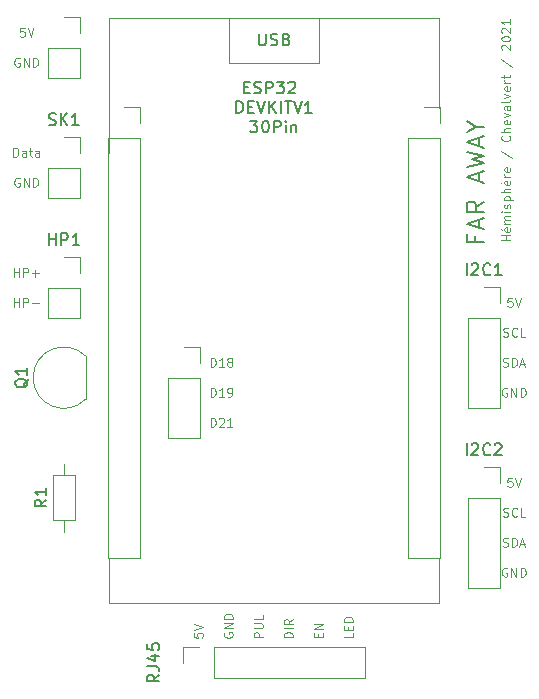
<source format=gbr>
G04 #@! TF.GenerationSoftware,KiCad,Pcbnew,(5.1.2-1)-1*
G04 #@! TF.CreationDate,2021-04-09T14:29:59+02:00*
G04 #@! TF.ProjectId,Faraway_PCB,46617261-7761-4795-9f50-43422e6b6963,rev?*
G04 #@! TF.SameCoordinates,Original*
G04 #@! TF.FileFunction,Legend,Top*
G04 #@! TF.FilePolarity,Positive*
%FSLAX46Y46*%
G04 Gerber Fmt 4.6, Leading zero omitted, Abs format (unit mm)*
G04 Created by KiCad (PCBNEW (5.1.2-1)-1) date 2021-04-09 14:29:59*
%MOMM*%
%LPD*%
G04 APERTURE LIST*
%ADD10C,0.100000*%
%ADD11C,0.150000*%
%ADD12C,0.120000*%
G04 APERTURE END LIST*
D10*
X142097142Y-85949285D02*
X141740000Y-85949285D01*
X141704285Y-86306428D01*
X141740000Y-86270714D01*
X141811428Y-86235000D01*
X141990000Y-86235000D01*
X142061428Y-86270714D01*
X142097142Y-86306428D01*
X142132857Y-86377857D01*
X142132857Y-86556428D01*
X142097142Y-86627857D01*
X142061428Y-86663571D01*
X141990000Y-86699285D01*
X141811428Y-86699285D01*
X141740000Y-86663571D01*
X141704285Y-86627857D01*
X142347142Y-85949285D02*
X142597142Y-86699285D01*
X142847142Y-85949285D01*
X141347142Y-89203571D02*
X141454285Y-89239285D01*
X141632857Y-89239285D01*
X141704285Y-89203571D01*
X141740000Y-89167857D01*
X141775714Y-89096428D01*
X141775714Y-89025000D01*
X141740000Y-88953571D01*
X141704285Y-88917857D01*
X141632857Y-88882142D01*
X141490000Y-88846428D01*
X141418571Y-88810714D01*
X141382857Y-88775000D01*
X141347142Y-88703571D01*
X141347142Y-88632142D01*
X141382857Y-88560714D01*
X141418571Y-88525000D01*
X141490000Y-88489285D01*
X141668571Y-88489285D01*
X141775714Y-88525000D01*
X142525714Y-89167857D02*
X142490000Y-89203571D01*
X142382857Y-89239285D01*
X142311428Y-89239285D01*
X142204285Y-89203571D01*
X142132857Y-89132142D01*
X142097142Y-89060714D01*
X142061428Y-88917857D01*
X142061428Y-88810714D01*
X142097142Y-88667857D01*
X142132857Y-88596428D01*
X142204285Y-88525000D01*
X142311428Y-88489285D01*
X142382857Y-88489285D01*
X142490000Y-88525000D01*
X142525714Y-88560714D01*
X143204285Y-89239285D02*
X142847142Y-89239285D01*
X142847142Y-88489285D01*
X141329285Y-91743571D02*
X141436428Y-91779285D01*
X141615000Y-91779285D01*
X141686428Y-91743571D01*
X141722142Y-91707857D01*
X141757857Y-91636428D01*
X141757857Y-91565000D01*
X141722142Y-91493571D01*
X141686428Y-91457857D01*
X141615000Y-91422142D01*
X141472142Y-91386428D01*
X141400714Y-91350714D01*
X141365000Y-91315000D01*
X141329285Y-91243571D01*
X141329285Y-91172142D01*
X141365000Y-91100714D01*
X141400714Y-91065000D01*
X141472142Y-91029285D01*
X141650714Y-91029285D01*
X141757857Y-91065000D01*
X142079285Y-91779285D02*
X142079285Y-91029285D01*
X142257857Y-91029285D01*
X142365000Y-91065000D01*
X142436428Y-91136428D01*
X142472142Y-91207857D01*
X142507857Y-91350714D01*
X142507857Y-91457857D01*
X142472142Y-91600714D01*
X142436428Y-91672142D01*
X142365000Y-91743571D01*
X142257857Y-91779285D01*
X142079285Y-91779285D01*
X142793571Y-91565000D02*
X143150714Y-91565000D01*
X142722142Y-91779285D02*
X142972142Y-91029285D01*
X143222142Y-91779285D01*
X141668571Y-93605000D02*
X141597142Y-93569285D01*
X141490000Y-93569285D01*
X141382857Y-93605000D01*
X141311428Y-93676428D01*
X141275714Y-93747857D01*
X141240000Y-93890714D01*
X141240000Y-93997857D01*
X141275714Y-94140714D01*
X141311428Y-94212142D01*
X141382857Y-94283571D01*
X141490000Y-94319285D01*
X141561428Y-94319285D01*
X141668571Y-94283571D01*
X141704285Y-94247857D01*
X141704285Y-93997857D01*
X141561428Y-93997857D01*
X142025714Y-94319285D02*
X142025714Y-93569285D01*
X142454285Y-94319285D01*
X142454285Y-93569285D01*
X142811428Y-94319285D02*
X142811428Y-93569285D01*
X142990000Y-93569285D01*
X143097142Y-93605000D01*
X143168571Y-93676428D01*
X143204285Y-93747857D01*
X143240000Y-93890714D01*
X143240000Y-93997857D01*
X143204285Y-94140714D01*
X143168571Y-94212142D01*
X143097142Y-94283571D01*
X142990000Y-94319285D01*
X142811428Y-94319285D01*
X141668571Y-78365000D02*
X141597142Y-78329285D01*
X141490000Y-78329285D01*
X141382857Y-78365000D01*
X141311428Y-78436428D01*
X141275714Y-78507857D01*
X141240000Y-78650714D01*
X141240000Y-78757857D01*
X141275714Y-78900714D01*
X141311428Y-78972142D01*
X141382857Y-79043571D01*
X141490000Y-79079285D01*
X141561428Y-79079285D01*
X141668571Y-79043571D01*
X141704285Y-79007857D01*
X141704285Y-78757857D01*
X141561428Y-78757857D01*
X142025714Y-79079285D02*
X142025714Y-78329285D01*
X142454285Y-79079285D01*
X142454285Y-78329285D01*
X142811428Y-79079285D02*
X142811428Y-78329285D01*
X142990000Y-78329285D01*
X143097142Y-78365000D01*
X143168571Y-78436428D01*
X143204285Y-78507857D01*
X143240000Y-78650714D01*
X143240000Y-78757857D01*
X143204285Y-78900714D01*
X143168571Y-78972142D01*
X143097142Y-79043571D01*
X142990000Y-79079285D01*
X142811428Y-79079285D01*
X141329285Y-76503571D02*
X141436428Y-76539285D01*
X141615000Y-76539285D01*
X141686428Y-76503571D01*
X141722142Y-76467857D01*
X141757857Y-76396428D01*
X141757857Y-76325000D01*
X141722142Y-76253571D01*
X141686428Y-76217857D01*
X141615000Y-76182142D01*
X141472142Y-76146428D01*
X141400714Y-76110714D01*
X141365000Y-76075000D01*
X141329285Y-76003571D01*
X141329285Y-75932142D01*
X141365000Y-75860714D01*
X141400714Y-75825000D01*
X141472142Y-75789285D01*
X141650714Y-75789285D01*
X141757857Y-75825000D01*
X142079285Y-76539285D02*
X142079285Y-75789285D01*
X142257857Y-75789285D01*
X142365000Y-75825000D01*
X142436428Y-75896428D01*
X142472142Y-75967857D01*
X142507857Y-76110714D01*
X142507857Y-76217857D01*
X142472142Y-76360714D01*
X142436428Y-76432142D01*
X142365000Y-76503571D01*
X142257857Y-76539285D01*
X142079285Y-76539285D01*
X142793571Y-76325000D02*
X143150714Y-76325000D01*
X142722142Y-76539285D02*
X142972142Y-75789285D01*
X143222142Y-76539285D01*
X141347142Y-73963571D02*
X141454285Y-73999285D01*
X141632857Y-73999285D01*
X141704285Y-73963571D01*
X141740000Y-73927857D01*
X141775714Y-73856428D01*
X141775714Y-73785000D01*
X141740000Y-73713571D01*
X141704285Y-73677857D01*
X141632857Y-73642142D01*
X141490000Y-73606428D01*
X141418571Y-73570714D01*
X141382857Y-73535000D01*
X141347142Y-73463571D01*
X141347142Y-73392142D01*
X141382857Y-73320714D01*
X141418571Y-73285000D01*
X141490000Y-73249285D01*
X141668571Y-73249285D01*
X141775714Y-73285000D01*
X142525714Y-73927857D02*
X142490000Y-73963571D01*
X142382857Y-73999285D01*
X142311428Y-73999285D01*
X142204285Y-73963571D01*
X142132857Y-73892142D01*
X142097142Y-73820714D01*
X142061428Y-73677857D01*
X142061428Y-73570714D01*
X142097142Y-73427857D01*
X142132857Y-73356428D01*
X142204285Y-73285000D01*
X142311428Y-73249285D01*
X142382857Y-73249285D01*
X142490000Y-73285000D01*
X142525714Y-73320714D01*
X143204285Y-73999285D02*
X142847142Y-73999285D01*
X142847142Y-73249285D01*
X142097142Y-70709285D02*
X141740000Y-70709285D01*
X141704285Y-71066428D01*
X141740000Y-71030714D01*
X141811428Y-70995000D01*
X141990000Y-70995000D01*
X142061428Y-71030714D01*
X142097142Y-71066428D01*
X142132857Y-71137857D01*
X142132857Y-71316428D01*
X142097142Y-71387857D01*
X142061428Y-71423571D01*
X141990000Y-71459285D01*
X141811428Y-71459285D01*
X141740000Y-71423571D01*
X141704285Y-71387857D01*
X142347142Y-70709285D02*
X142597142Y-71459285D01*
X142847142Y-70709285D01*
X141944285Y-65854285D02*
X141194285Y-65854285D01*
X141551428Y-65854285D02*
X141551428Y-65425714D01*
X141944285Y-65425714D02*
X141194285Y-65425714D01*
X141908571Y-64782857D02*
X141944285Y-64854285D01*
X141944285Y-64997142D01*
X141908571Y-65068571D01*
X141837142Y-65104285D01*
X141551428Y-65104285D01*
X141480000Y-65068571D01*
X141444285Y-64997142D01*
X141444285Y-64854285D01*
X141480000Y-64782857D01*
X141551428Y-64747142D01*
X141622857Y-64747142D01*
X141694285Y-65104285D01*
X141158571Y-64854285D02*
X141265714Y-64961428D01*
X141944285Y-64425714D02*
X141444285Y-64425714D01*
X141515714Y-64425714D02*
X141480000Y-64390000D01*
X141444285Y-64318571D01*
X141444285Y-64211428D01*
X141480000Y-64140000D01*
X141551428Y-64104285D01*
X141944285Y-64104285D01*
X141551428Y-64104285D02*
X141480000Y-64068571D01*
X141444285Y-63997142D01*
X141444285Y-63890000D01*
X141480000Y-63818571D01*
X141551428Y-63782857D01*
X141944285Y-63782857D01*
X141944285Y-63425714D02*
X141444285Y-63425714D01*
X141194285Y-63425714D02*
X141230000Y-63461428D01*
X141265714Y-63425714D01*
X141230000Y-63390000D01*
X141194285Y-63425714D01*
X141265714Y-63425714D01*
X141908571Y-63104285D02*
X141944285Y-63032857D01*
X141944285Y-62890000D01*
X141908571Y-62818571D01*
X141837142Y-62782857D01*
X141801428Y-62782857D01*
X141730000Y-62818571D01*
X141694285Y-62890000D01*
X141694285Y-62997142D01*
X141658571Y-63068571D01*
X141587142Y-63104285D01*
X141551428Y-63104285D01*
X141480000Y-63068571D01*
X141444285Y-62997142D01*
X141444285Y-62890000D01*
X141480000Y-62818571D01*
X141444285Y-62461428D02*
X142194285Y-62461428D01*
X141480000Y-62461428D02*
X141444285Y-62390000D01*
X141444285Y-62247142D01*
X141480000Y-62175714D01*
X141515714Y-62140000D01*
X141587142Y-62104285D01*
X141801428Y-62104285D01*
X141872857Y-62140000D01*
X141908571Y-62175714D01*
X141944285Y-62247142D01*
X141944285Y-62390000D01*
X141908571Y-62461428D01*
X141944285Y-61782857D02*
X141194285Y-61782857D01*
X141944285Y-61461428D02*
X141551428Y-61461428D01*
X141480000Y-61497142D01*
X141444285Y-61568571D01*
X141444285Y-61675714D01*
X141480000Y-61747142D01*
X141515714Y-61782857D01*
X141908571Y-60818571D02*
X141944285Y-60890000D01*
X141944285Y-61032857D01*
X141908571Y-61104285D01*
X141837142Y-61140000D01*
X141551428Y-61140000D01*
X141480000Y-61104285D01*
X141444285Y-61032857D01*
X141444285Y-60890000D01*
X141480000Y-60818571D01*
X141551428Y-60782857D01*
X141622857Y-60782857D01*
X141694285Y-61140000D01*
X141158571Y-61032857D02*
X141265714Y-60925714D01*
X141944285Y-60461428D02*
X141444285Y-60461428D01*
X141587142Y-60461428D02*
X141515714Y-60425714D01*
X141480000Y-60390000D01*
X141444285Y-60318571D01*
X141444285Y-60247142D01*
X141908571Y-59711428D02*
X141944285Y-59782857D01*
X141944285Y-59925714D01*
X141908571Y-59997142D01*
X141837142Y-60032857D01*
X141551428Y-60032857D01*
X141480000Y-59997142D01*
X141444285Y-59925714D01*
X141444285Y-59782857D01*
X141480000Y-59711428D01*
X141551428Y-59675714D01*
X141622857Y-59675714D01*
X141694285Y-60032857D01*
X141158571Y-58247142D02*
X142122857Y-58890000D01*
X141872857Y-56997142D02*
X141908571Y-57032857D01*
X141944285Y-57140000D01*
X141944285Y-57211428D01*
X141908571Y-57318571D01*
X141837142Y-57390000D01*
X141765714Y-57425714D01*
X141622857Y-57461428D01*
X141515714Y-57461428D01*
X141372857Y-57425714D01*
X141301428Y-57390000D01*
X141230000Y-57318571D01*
X141194285Y-57211428D01*
X141194285Y-57140000D01*
X141230000Y-57032857D01*
X141265714Y-56997142D01*
X141944285Y-56675714D02*
X141194285Y-56675714D01*
X141944285Y-56354285D02*
X141551428Y-56354285D01*
X141480000Y-56390000D01*
X141444285Y-56461428D01*
X141444285Y-56568571D01*
X141480000Y-56640000D01*
X141515714Y-56675714D01*
X141908571Y-55711428D02*
X141944285Y-55782857D01*
X141944285Y-55925714D01*
X141908571Y-55997142D01*
X141837142Y-56032857D01*
X141551428Y-56032857D01*
X141480000Y-55997142D01*
X141444285Y-55925714D01*
X141444285Y-55782857D01*
X141480000Y-55711428D01*
X141551428Y-55675714D01*
X141622857Y-55675714D01*
X141694285Y-56032857D01*
X141444285Y-55425714D02*
X141944285Y-55247142D01*
X141444285Y-55068571D01*
X141944285Y-54461428D02*
X141551428Y-54461428D01*
X141480000Y-54497142D01*
X141444285Y-54568571D01*
X141444285Y-54711428D01*
X141480000Y-54782857D01*
X141908571Y-54461428D02*
X141944285Y-54532857D01*
X141944285Y-54711428D01*
X141908571Y-54782857D01*
X141837142Y-54818571D01*
X141765714Y-54818571D01*
X141694285Y-54782857D01*
X141658571Y-54711428D01*
X141658571Y-54532857D01*
X141622857Y-54461428D01*
X141944285Y-53997142D02*
X141908571Y-54068571D01*
X141837142Y-54104285D01*
X141194285Y-54104285D01*
X141444285Y-53782857D02*
X141944285Y-53604285D01*
X141444285Y-53425714D01*
X141908571Y-52854285D02*
X141944285Y-52925714D01*
X141944285Y-53068571D01*
X141908571Y-53140000D01*
X141837142Y-53175714D01*
X141551428Y-53175714D01*
X141480000Y-53140000D01*
X141444285Y-53068571D01*
X141444285Y-52925714D01*
X141480000Y-52854285D01*
X141551428Y-52818571D01*
X141622857Y-52818571D01*
X141694285Y-53175714D01*
X141944285Y-52497142D02*
X141444285Y-52497142D01*
X141587142Y-52497142D02*
X141515714Y-52461428D01*
X141480000Y-52425714D01*
X141444285Y-52354285D01*
X141444285Y-52282857D01*
X141444285Y-52140000D02*
X141444285Y-51854285D01*
X141194285Y-52032857D02*
X141837142Y-52032857D01*
X141908571Y-51997142D01*
X141944285Y-51925714D01*
X141944285Y-51854285D01*
X141158571Y-50497142D02*
X142122857Y-51140000D01*
X141265714Y-49711428D02*
X141230000Y-49675714D01*
X141194285Y-49604285D01*
X141194285Y-49425714D01*
X141230000Y-49354285D01*
X141265714Y-49318571D01*
X141337142Y-49282857D01*
X141408571Y-49282857D01*
X141515714Y-49318571D01*
X141944285Y-49747142D01*
X141944285Y-49282857D01*
X141194285Y-48818571D02*
X141194285Y-48747142D01*
X141230000Y-48675714D01*
X141265714Y-48640000D01*
X141337142Y-48604285D01*
X141480000Y-48568571D01*
X141658571Y-48568571D01*
X141801428Y-48604285D01*
X141872857Y-48640000D01*
X141908571Y-48675714D01*
X141944285Y-48747142D01*
X141944285Y-48818571D01*
X141908571Y-48890000D01*
X141872857Y-48925714D01*
X141801428Y-48961428D01*
X141658571Y-48997142D01*
X141480000Y-48997142D01*
X141337142Y-48961428D01*
X141265714Y-48925714D01*
X141230000Y-48890000D01*
X141194285Y-48818571D01*
X141265714Y-48282857D02*
X141230000Y-48247142D01*
X141194285Y-48175714D01*
X141194285Y-47997142D01*
X141230000Y-47925714D01*
X141265714Y-47890000D01*
X141337142Y-47854285D01*
X141408571Y-47854285D01*
X141515714Y-47890000D01*
X141944285Y-48318571D01*
X141944285Y-47854285D01*
X141944285Y-47140000D02*
X141944285Y-47568571D01*
X141944285Y-47354285D02*
X141194285Y-47354285D01*
X141301428Y-47425714D01*
X141372857Y-47497142D01*
X141408571Y-47568571D01*
D11*
X138957857Y-65495714D02*
X138957857Y-65995714D01*
X139743571Y-65995714D02*
X138243571Y-65995714D01*
X138243571Y-65281428D01*
X139315000Y-64781428D02*
X139315000Y-64067142D01*
X139743571Y-64924285D02*
X138243571Y-64424285D01*
X139743571Y-63924285D01*
X139743571Y-62567142D02*
X139029285Y-63067142D01*
X139743571Y-63424285D02*
X138243571Y-63424285D01*
X138243571Y-62852857D01*
X138315000Y-62710000D01*
X138386428Y-62638571D01*
X138529285Y-62567142D01*
X138743571Y-62567142D01*
X138886428Y-62638571D01*
X138957857Y-62710000D01*
X139029285Y-62852857D01*
X139029285Y-63424285D01*
X139315000Y-60852857D02*
X139315000Y-60138571D01*
X139743571Y-60995714D02*
X138243571Y-60495714D01*
X139743571Y-59995714D01*
X138243571Y-59638571D02*
X139743571Y-59281428D01*
X138672142Y-58995714D01*
X139743571Y-58710000D01*
X138243571Y-58352857D01*
X139315000Y-57852857D02*
X139315000Y-57138571D01*
X139743571Y-57995714D02*
X138243571Y-57495714D01*
X139743571Y-56995714D01*
X139029285Y-56210000D02*
X139743571Y-56210000D01*
X138243571Y-56710000D02*
X139029285Y-56210000D01*
X138243571Y-55710000D01*
D12*
X118110000Y-50800000D02*
X118110000Y-49530000D01*
X125730000Y-50800000D02*
X118110000Y-50800000D01*
X125730000Y-49530000D02*
X125730000Y-50800000D01*
D10*
X100393571Y-50425000D02*
X100322142Y-50389285D01*
X100215000Y-50389285D01*
X100107857Y-50425000D01*
X100036428Y-50496428D01*
X100000714Y-50567857D01*
X99965000Y-50710714D01*
X99965000Y-50817857D01*
X100000714Y-50960714D01*
X100036428Y-51032142D01*
X100107857Y-51103571D01*
X100215000Y-51139285D01*
X100286428Y-51139285D01*
X100393571Y-51103571D01*
X100429285Y-51067857D01*
X100429285Y-50817857D01*
X100286428Y-50817857D01*
X100750714Y-51139285D02*
X100750714Y-50389285D01*
X101179285Y-51139285D01*
X101179285Y-50389285D01*
X101536428Y-51139285D02*
X101536428Y-50389285D01*
X101715000Y-50389285D01*
X101822142Y-50425000D01*
X101893571Y-50496428D01*
X101929285Y-50567857D01*
X101965000Y-50710714D01*
X101965000Y-50817857D01*
X101929285Y-50960714D01*
X101893571Y-51032142D01*
X101822142Y-51103571D01*
X101715000Y-51139285D01*
X101536428Y-51139285D01*
X100822142Y-47849285D02*
X100465000Y-47849285D01*
X100429285Y-48206428D01*
X100465000Y-48170714D01*
X100536428Y-48135000D01*
X100715000Y-48135000D01*
X100786428Y-48170714D01*
X100822142Y-48206428D01*
X100857857Y-48277857D01*
X100857857Y-48456428D01*
X100822142Y-48527857D01*
X100786428Y-48563571D01*
X100715000Y-48599285D01*
X100536428Y-48599285D01*
X100465000Y-48563571D01*
X100429285Y-48527857D01*
X101072142Y-47849285D02*
X101322142Y-48599285D01*
X101572142Y-47849285D01*
X99911428Y-71459285D02*
X99911428Y-70709285D01*
X99911428Y-71066428D02*
X100340000Y-71066428D01*
X100340000Y-71459285D02*
X100340000Y-70709285D01*
X100697142Y-71459285D02*
X100697142Y-70709285D01*
X100982857Y-70709285D01*
X101054285Y-70745000D01*
X101090000Y-70780714D01*
X101125714Y-70852142D01*
X101125714Y-70959285D01*
X101090000Y-71030714D01*
X101054285Y-71066428D01*
X100982857Y-71102142D01*
X100697142Y-71102142D01*
X101447142Y-71173571D02*
X102018571Y-71173571D01*
X99911428Y-68919285D02*
X99911428Y-68169285D01*
X99911428Y-68526428D02*
X100340000Y-68526428D01*
X100340000Y-68919285D02*
X100340000Y-68169285D01*
X100697142Y-68919285D02*
X100697142Y-68169285D01*
X100982857Y-68169285D01*
X101054285Y-68205000D01*
X101090000Y-68240714D01*
X101125714Y-68312142D01*
X101125714Y-68419285D01*
X101090000Y-68490714D01*
X101054285Y-68526428D01*
X100982857Y-68562142D01*
X100697142Y-68562142D01*
X101447142Y-68633571D02*
X102018571Y-68633571D01*
X101732857Y-68919285D02*
X101732857Y-68347857D01*
X100393571Y-60585000D02*
X100322142Y-60549285D01*
X100215000Y-60549285D01*
X100107857Y-60585000D01*
X100036428Y-60656428D01*
X100000714Y-60727857D01*
X99965000Y-60870714D01*
X99965000Y-60977857D01*
X100000714Y-61120714D01*
X100036428Y-61192142D01*
X100107857Y-61263571D01*
X100215000Y-61299285D01*
X100286428Y-61299285D01*
X100393571Y-61263571D01*
X100429285Y-61227857D01*
X100429285Y-60977857D01*
X100286428Y-60977857D01*
X100750714Y-61299285D02*
X100750714Y-60549285D01*
X101179285Y-61299285D01*
X101179285Y-60549285D01*
X101536428Y-61299285D02*
X101536428Y-60549285D01*
X101715000Y-60549285D01*
X101822142Y-60585000D01*
X101893571Y-60656428D01*
X101929285Y-60727857D01*
X101965000Y-60870714D01*
X101965000Y-60977857D01*
X101929285Y-61120714D01*
X101893571Y-61192142D01*
X101822142Y-61263571D01*
X101715000Y-61299285D01*
X101536428Y-61299285D01*
X99875714Y-58759285D02*
X99875714Y-58009285D01*
X100054285Y-58009285D01*
X100161428Y-58045000D01*
X100232857Y-58116428D01*
X100268571Y-58187857D01*
X100304285Y-58330714D01*
X100304285Y-58437857D01*
X100268571Y-58580714D01*
X100232857Y-58652142D01*
X100161428Y-58723571D01*
X100054285Y-58759285D01*
X99875714Y-58759285D01*
X100947142Y-58759285D02*
X100947142Y-58366428D01*
X100911428Y-58295000D01*
X100840000Y-58259285D01*
X100697142Y-58259285D01*
X100625714Y-58295000D01*
X100947142Y-58723571D02*
X100875714Y-58759285D01*
X100697142Y-58759285D01*
X100625714Y-58723571D01*
X100590000Y-58652142D01*
X100590000Y-58580714D01*
X100625714Y-58509285D01*
X100697142Y-58473571D01*
X100875714Y-58473571D01*
X100947142Y-58437857D01*
X101197142Y-58259285D02*
X101482857Y-58259285D01*
X101304285Y-58009285D02*
X101304285Y-58652142D01*
X101340000Y-58723571D01*
X101411428Y-58759285D01*
X101482857Y-58759285D01*
X102054285Y-58759285D02*
X102054285Y-58366428D01*
X102018571Y-58295000D01*
X101947142Y-58259285D01*
X101804285Y-58259285D01*
X101732857Y-58295000D01*
X102054285Y-58723571D02*
X101982857Y-58759285D01*
X101804285Y-58759285D01*
X101732857Y-58723571D01*
X101697142Y-58652142D01*
X101697142Y-58580714D01*
X101732857Y-58509285D01*
X101804285Y-58473571D01*
X101982857Y-58473571D01*
X102054285Y-58437857D01*
X116564285Y-81619285D02*
X116564285Y-80869285D01*
X116742857Y-80869285D01*
X116850000Y-80905000D01*
X116921428Y-80976428D01*
X116957142Y-81047857D01*
X116992857Y-81190714D01*
X116992857Y-81297857D01*
X116957142Y-81440714D01*
X116921428Y-81512142D01*
X116850000Y-81583571D01*
X116742857Y-81619285D01*
X116564285Y-81619285D01*
X117278571Y-80940714D02*
X117314285Y-80905000D01*
X117385714Y-80869285D01*
X117564285Y-80869285D01*
X117635714Y-80905000D01*
X117671428Y-80940714D01*
X117707142Y-81012142D01*
X117707142Y-81083571D01*
X117671428Y-81190714D01*
X117242857Y-81619285D01*
X117707142Y-81619285D01*
X118421428Y-81619285D02*
X117992857Y-81619285D01*
X118207142Y-81619285D02*
X118207142Y-80869285D01*
X118135714Y-80976428D01*
X118064285Y-81047857D01*
X117992857Y-81083571D01*
X116564285Y-79079285D02*
X116564285Y-78329285D01*
X116742857Y-78329285D01*
X116850000Y-78365000D01*
X116921428Y-78436428D01*
X116957142Y-78507857D01*
X116992857Y-78650714D01*
X116992857Y-78757857D01*
X116957142Y-78900714D01*
X116921428Y-78972142D01*
X116850000Y-79043571D01*
X116742857Y-79079285D01*
X116564285Y-79079285D01*
X117707142Y-79079285D02*
X117278571Y-79079285D01*
X117492857Y-79079285D02*
X117492857Y-78329285D01*
X117421428Y-78436428D01*
X117350000Y-78507857D01*
X117278571Y-78543571D01*
X118064285Y-79079285D02*
X118207142Y-79079285D01*
X118278571Y-79043571D01*
X118314285Y-79007857D01*
X118385714Y-78900714D01*
X118421428Y-78757857D01*
X118421428Y-78472142D01*
X118385714Y-78400714D01*
X118350000Y-78365000D01*
X118278571Y-78329285D01*
X118135714Y-78329285D01*
X118064285Y-78365000D01*
X118028571Y-78400714D01*
X117992857Y-78472142D01*
X117992857Y-78650714D01*
X118028571Y-78722142D01*
X118064285Y-78757857D01*
X118135714Y-78793571D01*
X118278571Y-78793571D01*
X118350000Y-78757857D01*
X118385714Y-78722142D01*
X118421428Y-78650714D01*
X116564285Y-76539285D02*
X116564285Y-75789285D01*
X116742857Y-75789285D01*
X116850000Y-75825000D01*
X116921428Y-75896428D01*
X116957142Y-75967857D01*
X116992857Y-76110714D01*
X116992857Y-76217857D01*
X116957142Y-76360714D01*
X116921428Y-76432142D01*
X116850000Y-76503571D01*
X116742857Y-76539285D01*
X116564285Y-76539285D01*
X117707142Y-76539285D02*
X117278571Y-76539285D01*
X117492857Y-76539285D02*
X117492857Y-75789285D01*
X117421428Y-75896428D01*
X117350000Y-75967857D01*
X117278571Y-76003571D01*
X118135714Y-76110714D02*
X118064285Y-76075000D01*
X118028571Y-76039285D01*
X117992857Y-75967857D01*
X117992857Y-75932142D01*
X118028571Y-75860714D01*
X118064285Y-75825000D01*
X118135714Y-75789285D01*
X118278571Y-75789285D01*
X118350000Y-75825000D01*
X118385714Y-75860714D01*
X118421428Y-75932142D01*
X118421428Y-75967857D01*
X118385714Y-76039285D01*
X118350000Y-76075000D01*
X118278571Y-76110714D01*
X118135714Y-76110714D01*
X118064285Y-76146428D01*
X118028571Y-76182142D01*
X117992857Y-76253571D01*
X117992857Y-76396428D01*
X118028571Y-76467857D01*
X118064285Y-76503571D01*
X118135714Y-76539285D01*
X118278571Y-76539285D01*
X118350000Y-76503571D01*
X118385714Y-76467857D01*
X118421428Y-76396428D01*
X118421428Y-76253571D01*
X118385714Y-76182142D01*
X118350000Y-76146428D01*
X118278571Y-76110714D01*
D11*
X119396190Y-52888571D02*
X119729523Y-52888571D01*
X119872380Y-53412380D02*
X119396190Y-53412380D01*
X119396190Y-52412380D01*
X119872380Y-52412380D01*
X120253333Y-53364761D02*
X120396190Y-53412380D01*
X120634285Y-53412380D01*
X120729523Y-53364761D01*
X120777142Y-53317142D01*
X120824761Y-53221904D01*
X120824761Y-53126666D01*
X120777142Y-53031428D01*
X120729523Y-52983809D01*
X120634285Y-52936190D01*
X120443809Y-52888571D01*
X120348571Y-52840952D01*
X120300952Y-52793333D01*
X120253333Y-52698095D01*
X120253333Y-52602857D01*
X120300952Y-52507619D01*
X120348571Y-52460000D01*
X120443809Y-52412380D01*
X120681904Y-52412380D01*
X120824761Y-52460000D01*
X121253333Y-53412380D02*
X121253333Y-52412380D01*
X121634285Y-52412380D01*
X121729523Y-52460000D01*
X121777142Y-52507619D01*
X121824761Y-52602857D01*
X121824761Y-52745714D01*
X121777142Y-52840952D01*
X121729523Y-52888571D01*
X121634285Y-52936190D01*
X121253333Y-52936190D01*
X122158095Y-52412380D02*
X122777142Y-52412380D01*
X122443809Y-52793333D01*
X122586666Y-52793333D01*
X122681904Y-52840952D01*
X122729523Y-52888571D01*
X122777142Y-52983809D01*
X122777142Y-53221904D01*
X122729523Y-53317142D01*
X122681904Y-53364761D01*
X122586666Y-53412380D01*
X122300952Y-53412380D01*
X122205714Y-53364761D01*
X122158095Y-53317142D01*
X123158095Y-52507619D02*
X123205714Y-52460000D01*
X123300952Y-52412380D01*
X123539047Y-52412380D01*
X123634285Y-52460000D01*
X123681904Y-52507619D01*
X123729523Y-52602857D01*
X123729523Y-52698095D01*
X123681904Y-52840952D01*
X123110476Y-53412380D01*
X123729523Y-53412380D01*
X118753333Y-55062380D02*
X118753333Y-54062380D01*
X118991428Y-54062380D01*
X119134285Y-54110000D01*
X119229523Y-54205238D01*
X119277142Y-54300476D01*
X119324761Y-54490952D01*
X119324761Y-54633809D01*
X119277142Y-54824285D01*
X119229523Y-54919523D01*
X119134285Y-55014761D01*
X118991428Y-55062380D01*
X118753333Y-55062380D01*
X119753333Y-54538571D02*
X120086666Y-54538571D01*
X120229523Y-55062380D02*
X119753333Y-55062380D01*
X119753333Y-54062380D01*
X120229523Y-54062380D01*
X120515238Y-54062380D02*
X120848571Y-55062380D01*
X121181904Y-54062380D01*
X121515238Y-55062380D02*
X121515238Y-54062380D01*
X122086666Y-55062380D02*
X121658095Y-54490952D01*
X122086666Y-54062380D02*
X121515238Y-54633809D01*
X122515238Y-55062380D02*
X122515238Y-54062380D01*
X122848571Y-54062380D02*
X123420000Y-54062380D01*
X123134285Y-55062380D02*
X123134285Y-54062380D01*
X123610476Y-54062380D02*
X123943809Y-55062380D01*
X124277142Y-54062380D01*
X125134285Y-55062380D02*
X124562857Y-55062380D01*
X124848571Y-55062380D02*
X124848571Y-54062380D01*
X124753333Y-54205238D01*
X124658095Y-54300476D01*
X124562857Y-54348095D01*
X119920000Y-55712380D02*
X120539047Y-55712380D01*
X120205714Y-56093333D01*
X120348571Y-56093333D01*
X120443809Y-56140952D01*
X120491428Y-56188571D01*
X120539047Y-56283809D01*
X120539047Y-56521904D01*
X120491428Y-56617142D01*
X120443809Y-56664761D01*
X120348571Y-56712380D01*
X120062857Y-56712380D01*
X119967619Y-56664761D01*
X119920000Y-56617142D01*
X121158095Y-55712380D02*
X121253333Y-55712380D01*
X121348571Y-55760000D01*
X121396190Y-55807619D01*
X121443809Y-55902857D01*
X121491428Y-56093333D01*
X121491428Y-56331428D01*
X121443809Y-56521904D01*
X121396190Y-56617142D01*
X121348571Y-56664761D01*
X121253333Y-56712380D01*
X121158095Y-56712380D01*
X121062857Y-56664761D01*
X121015238Y-56617142D01*
X120967619Y-56521904D01*
X120920000Y-56331428D01*
X120920000Y-56093333D01*
X120967619Y-55902857D01*
X121015238Y-55807619D01*
X121062857Y-55760000D01*
X121158095Y-55712380D01*
X121920000Y-56712380D02*
X121920000Y-55712380D01*
X122300952Y-55712380D01*
X122396190Y-55760000D01*
X122443809Y-55807619D01*
X122491428Y-55902857D01*
X122491428Y-56045714D01*
X122443809Y-56140952D01*
X122396190Y-56188571D01*
X122300952Y-56236190D01*
X121920000Y-56236190D01*
X122920000Y-56712380D02*
X122920000Y-56045714D01*
X122920000Y-55712380D02*
X122872380Y-55760000D01*
X122920000Y-55807619D01*
X122967619Y-55760000D01*
X122920000Y-55712380D01*
X122920000Y-55807619D01*
X123396190Y-56045714D02*
X123396190Y-56712380D01*
X123396190Y-56140952D02*
X123443809Y-56093333D01*
X123539047Y-56045714D01*
X123681904Y-56045714D01*
X123777142Y-56093333D01*
X123824761Y-56188571D01*
X123824761Y-56712380D01*
D12*
X118110000Y-49530000D02*
X118110000Y-46990000D01*
X125730000Y-46990000D02*
X125730000Y-49530000D01*
X107950000Y-96520000D02*
X109220000Y-96520000D01*
X107950000Y-92710000D02*
X107950000Y-96520000D01*
X135890000Y-96520000D02*
X134620000Y-96520000D01*
X135890000Y-92710000D02*
X135890000Y-96520000D01*
X107950000Y-46990000D02*
X107950000Y-58420000D01*
X109220000Y-46990000D02*
X107950000Y-46990000D01*
X135890000Y-46990000D02*
X135890000Y-54610000D01*
X134620000Y-46990000D02*
X135890000Y-46990000D01*
X134620000Y-46990000D02*
X109220000Y-46990000D01*
X134620000Y-96520000D02*
X109220000Y-96520000D01*
D11*
X120658095Y-48347380D02*
X120658095Y-49156904D01*
X120705714Y-49252142D01*
X120753333Y-49299761D01*
X120848571Y-49347380D01*
X121039047Y-49347380D01*
X121134285Y-49299761D01*
X121181904Y-49252142D01*
X121229523Y-49156904D01*
X121229523Y-48347380D01*
X121658095Y-49299761D02*
X121800952Y-49347380D01*
X122039047Y-49347380D01*
X122134285Y-49299761D01*
X122181904Y-49252142D01*
X122229523Y-49156904D01*
X122229523Y-49061666D01*
X122181904Y-48966428D01*
X122134285Y-48918809D01*
X122039047Y-48871190D01*
X121848571Y-48823571D01*
X121753333Y-48775952D01*
X121705714Y-48728333D01*
X121658095Y-48633095D01*
X121658095Y-48537857D01*
X121705714Y-48442619D01*
X121753333Y-48395000D01*
X121848571Y-48347380D01*
X122086666Y-48347380D01*
X122229523Y-48395000D01*
X122991428Y-48823571D02*
X123134285Y-48871190D01*
X123181904Y-48918809D01*
X123229523Y-49014047D01*
X123229523Y-49156904D01*
X123181904Y-49252142D01*
X123134285Y-49299761D01*
X123039047Y-49347380D01*
X122658095Y-49347380D01*
X122658095Y-48347380D01*
X122991428Y-48347380D01*
X123086666Y-48395000D01*
X123134285Y-48442619D01*
X123181904Y-48537857D01*
X123181904Y-48633095D01*
X123134285Y-48728333D01*
X123086666Y-48775952D01*
X122991428Y-48823571D01*
X122658095Y-48823571D01*
X112212380Y-102623809D02*
X111736190Y-102957142D01*
X112212380Y-103195238D02*
X111212380Y-103195238D01*
X111212380Y-102814285D01*
X111260000Y-102719047D01*
X111307619Y-102671428D01*
X111402857Y-102623809D01*
X111545714Y-102623809D01*
X111640952Y-102671428D01*
X111688571Y-102719047D01*
X111736190Y-102814285D01*
X111736190Y-103195238D01*
X111212380Y-101909523D02*
X111926666Y-101909523D01*
X112069523Y-101957142D01*
X112164761Y-102052380D01*
X112212380Y-102195238D01*
X112212380Y-102290476D01*
X111545714Y-101004761D02*
X112212380Y-101004761D01*
X111164761Y-101242857D02*
X111879047Y-101480952D01*
X111879047Y-100861904D01*
X111212380Y-100004761D02*
X111212380Y-100480952D01*
X111688571Y-100528571D01*
X111640952Y-100480952D01*
X111593333Y-100385714D01*
X111593333Y-100147619D01*
X111640952Y-100052380D01*
X111688571Y-100004761D01*
X111783809Y-99957142D01*
X112021904Y-99957142D01*
X112117142Y-100004761D01*
X112164761Y-100052380D01*
X112212380Y-100147619D01*
X112212380Y-100385714D01*
X112164761Y-100480952D01*
X112117142Y-100528571D01*
D10*
X115159285Y-99094285D02*
X115159285Y-99451428D01*
X115516428Y-99487142D01*
X115480714Y-99451428D01*
X115445000Y-99380000D01*
X115445000Y-99201428D01*
X115480714Y-99130000D01*
X115516428Y-99094285D01*
X115587857Y-99058571D01*
X115766428Y-99058571D01*
X115837857Y-99094285D01*
X115873571Y-99130000D01*
X115909285Y-99201428D01*
X115909285Y-99380000D01*
X115873571Y-99451428D01*
X115837857Y-99487142D01*
X115159285Y-98844285D02*
X115909285Y-98594285D01*
X115159285Y-98344285D01*
X117735000Y-99058571D02*
X117699285Y-99130000D01*
X117699285Y-99237142D01*
X117735000Y-99344285D01*
X117806428Y-99415714D01*
X117877857Y-99451428D01*
X118020714Y-99487142D01*
X118127857Y-99487142D01*
X118270714Y-99451428D01*
X118342142Y-99415714D01*
X118413571Y-99344285D01*
X118449285Y-99237142D01*
X118449285Y-99165714D01*
X118413571Y-99058571D01*
X118377857Y-99022857D01*
X118127857Y-99022857D01*
X118127857Y-99165714D01*
X118449285Y-98701428D02*
X117699285Y-98701428D01*
X118449285Y-98272857D01*
X117699285Y-98272857D01*
X118449285Y-97915714D02*
X117699285Y-97915714D01*
X117699285Y-97737142D01*
X117735000Y-97630000D01*
X117806428Y-97558571D01*
X117877857Y-97522857D01*
X118020714Y-97487142D01*
X118127857Y-97487142D01*
X118270714Y-97522857D01*
X118342142Y-97558571D01*
X118413571Y-97630000D01*
X118449285Y-97737142D01*
X118449285Y-97915714D01*
X120989285Y-99451428D02*
X120239285Y-99451428D01*
X120239285Y-99165714D01*
X120275000Y-99094285D01*
X120310714Y-99058571D01*
X120382142Y-99022857D01*
X120489285Y-99022857D01*
X120560714Y-99058571D01*
X120596428Y-99094285D01*
X120632142Y-99165714D01*
X120632142Y-99451428D01*
X120239285Y-98701428D02*
X120846428Y-98701428D01*
X120917857Y-98665714D01*
X120953571Y-98630000D01*
X120989285Y-98558571D01*
X120989285Y-98415714D01*
X120953571Y-98344285D01*
X120917857Y-98308571D01*
X120846428Y-98272857D01*
X120239285Y-98272857D01*
X120989285Y-97558571D02*
X120989285Y-97915714D01*
X120239285Y-97915714D01*
X123529285Y-99451428D02*
X122779285Y-99451428D01*
X122779285Y-99272857D01*
X122815000Y-99165714D01*
X122886428Y-99094285D01*
X122957857Y-99058571D01*
X123100714Y-99022857D01*
X123207857Y-99022857D01*
X123350714Y-99058571D01*
X123422142Y-99094285D01*
X123493571Y-99165714D01*
X123529285Y-99272857D01*
X123529285Y-99451428D01*
X123529285Y-98701428D02*
X122779285Y-98701428D01*
X123529285Y-97915714D02*
X123172142Y-98165714D01*
X123529285Y-98344285D02*
X122779285Y-98344285D01*
X122779285Y-98058571D01*
X122815000Y-97987142D01*
X122850714Y-97951428D01*
X122922142Y-97915714D01*
X123029285Y-97915714D01*
X123100714Y-97951428D01*
X123136428Y-97987142D01*
X123172142Y-98058571D01*
X123172142Y-98344285D01*
X125676428Y-99451428D02*
X125676428Y-99201428D01*
X126069285Y-99094285D02*
X126069285Y-99451428D01*
X125319285Y-99451428D01*
X125319285Y-99094285D01*
X126069285Y-98772857D02*
X125319285Y-98772857D01*
X126069285Y-98344285D01*
X125319285Y-98344285D01*
X128609285Y-99094285D02*
X128609285Y-99451428D01*
X127859285Y-99451428D01*
X128216428Y-98844285D02*
X128216428Y-98594285D01*
X128609285Y-98487142D02*
X128609285Y-98844285D01*
X127859285Y-98844285D01*
X127859285Y-98487142D01*
X128609285Y-98165714D02*
X127859285Y-98165714D01*
X127859285Y-97987142D01*
X127895000Y-97880000D01*
X127966428Y-97808571D01*
X128037857Y-97772857D01*
X128180714Y-97737142D01*
X128287857Y-97737142D01*
X128430714Y-97772857D01*
X128502142Y-97808571D01*
X128573571Y-97880000D01*
X128609285Y-97987142D01*
X128609285Y-98165714D01*
D12*
X102810000Y-49530000D02*
X105470000Y-49530000D01*
X102810000Y-49530000D02*
X102810000Y-52130000D01*
X102810000Y-52130000D02*
X105470000Y-52130000D01*
X105470000Y-49530000D02*
X105470000Y-52130000D01*
X105470000Y-46930000D02*
X105470000Y-48260000D01*
X104140000Y-46930000D02*
X105470000Y-46930000D01*
X102810000Y-69850000D02*
X105470000Y-69850000D01*
X102810000Y-69850000D02*
X102810000Y-72450000D01*
X102810000Y-72450000D02*
X105470000Y-72450000D01*
X105470000Y-69850000D02*
X105470000Y-72450000D01*
X105470000Y-67250000D02*
X105470000Y-68580000D01*
X104140000Y-67250000D02*
X105470000Y-67250000D01*
X107890000Y-57150000D02*
X110550000Y-57150000D01*
X107890000Y-57150000D02*
X107890000Y-92770000D01*
X107890000Y-92770000D02*
X110550000Y-92770000D01*
X110550000Y-57150000D02*
X110550000Y-92770000D01*
X110550000Y-54550000D02*
X110550000Y-55880000D01*
X109220000Y-54550000D02*
X110550000Y-54550000D01*
X134620000Y-54550000D02*
X135950000Y-54550000D01*
X135950000Y-54550000D02*
X135950000Y-55880000D01*
X135950000Y-57150000D02*
X135950000Y-92770000D01*
X133290000Y-92770000D02*
X135950000Y-92770000D01*
X133290000Y-57150000D02*
X133290000Y-92770000D01*
X133290000Y-57150000D02*
X135950000Y-57150000D01*
X103220000Y-89550000D02*
X105060000Y-89550000D01*
X105060000Y-89550000D02*
X105060000Y-85710000D01*
X105060000Y-85710000D02*
X103220000Y-85710000D01*
X103220000Y-85710000D02*
X103220000Y-89550000D01*
X104140000Y-90500000D02*
X104140000Y-89550000D01*
X104140000Y-84760000D02*
X104140000Y-85710000D01*
X116840000Y-102930000D02*
X116840000Y-100270000D01*
X116840000Y-102930000D02*
X129600000Y-102930000D01*
X129600000Y-102930000D02*
X129600000Y-100270000D01*
X116840000Y-100270000D02*
X129600000Y-100270000D01*
X114240000Y-100270000D02*
X115570000Y-100270000D01*
X114240000Y-101600000D02*
X114240000Y-100270000D01*
X104140000Y-57090000D02*
X105470000Y-57090000D01*
X105470000Y-57090000D02*
X105470000Y-58420000D01*
X105470000Y-59690000D02*
X105470000Y-62290000D01*
X102810000Y-62290000D02*
X105470000Y-62290000D01*
X102810000Y-59690000D02*
X102810000Y-62290000D01*
X102810000Y-59690000D02*
X105470000Y-59690000D01*
X112970000Y-77470000D02*
X115630000Y-77470000D01*
X112970000Y-77470000D02*
X112970000Y-82610000D01*
X112970000Y-82610000D02*
X115630000Y-82610000D01*
X115630000Y-77470000D02*
X115630000Y-82610000D01*
X115630000Y-74870000D02*
X115630000Y-76200000D01*
X114300000Y-74870000D02*
X115630000Y-74870000D01*
X138370000Y-72390000D02*
X141030000Y-72390000D01*
X138370000Y-72390000D02*
X138370000Y-80070000D01*
X138370000Y-80070000D02*
X141030000Y-80070000D01*
X141030000Y-72390000D02*
X141030000Y-80070000D01*
X141030000Y-69790000D02*
X141030000Y-71120000D01*
X139700000Y-69790000D02*
X141030000Y-69790000D01*
X139700000Y-85030000D02*
X141030000Y-85030000D01*
X141030000Y-85030000D02*
X141030000Y-86360000D01*
X141030000Y-87630000D02*
X141030000Y-95310000D01*
X138370000Y-95310000D02*
X141030000Y-95310000D01*
X138370000Y-87630000D02*
X138370000Y-95310000D01*
X138370000Y-87630000D02*
X141030000Y-87630000D01*
X105990000Y-79270000D02*
X105990000Y-75670000D01*
X105978478Y-79308478D02*
G75*
G02X101540000Y-77470000I-1838478J1838478D01*
G01*
X105978478Y-75631522D02*
G75*
G03X101540000Y-77470000I-1838478J-1838478D01*
G01*
D11*
X102878095Y-66262380D02*
X102878095Y-65262380D01*
X102878095Y-65738571D02*
X103449523Y-65738571D01*
X103449523Y-66262380D02*
X103449523Y-65262380D01*
X103925714Y-66262380D02*
X103925714Y-65262380D01*
X104306666Y-65262380D01*
X104401904Y-65310000D01*
X104449523Y-65357619D01*
X104497142Y-65452857D01*
X104497142Y-65595714D01*
X104449523Y-65690952D01*
X104401904Y-65738571D01*
X104306666Y-65786190D01*
X103925714Y-65786190D01*
X105449523Y-66262380D02*
X104878095Y-66262380D01*
X105163809Y-66262380D02*
X105163809Y-65262380D01*
X105068571Y-65405238D01*
X104973333Y-65500476D01*
X104878095Y-65548095D01*
X102672380Y-87796666D02*
X102196190Y-88130000D01*
X102672380Y-88368095D02*
X101672380Y-88368095D01*
X101672380Y-87987142D01*
X101720000Y-87891904D01*
X101767619Y-87844285D01*
X101862857Y-87796666D01*
X102005714Y-87796666D01*
X102100952Y-87844285D01*
X102148571Y-87891904D01*
X102196190Y-87987142D01*
X102196190Y-88368095D01*
X102672380Y-86844285D02*
X102672380Y-87415714D01*
X102672380Y-87130000D02*
X101672380Y-87130000D01*
X101815238Y-87225238D01*
X101910476Y-87320476D01*
X101958095Y-87415714D01*
X102878095Y-56054761D02*
X103020952Y-56102380D01*
X103259047Y-56102380D01*
X103354285Y-56054761D01*
X103401904Y-56007142D01*
X103449523Y-55911904D01*
X103449523Y-55816666D01*
X103401904Y-55721428D01*
X103354285Y-55673809D01*
X103259047Y-55626190D01*
X103068571Y-55578571D01*
X102973333Y-55530952D01*
X102925714Y-55483333D01*
X102878095Y-55388095D01*
X102878095Y-55292857D01*
X102925714Y-55197619D01*
X102973333Y-55150000D01*
X103068571Y-55102380D01*
X103306666Y-55102380D01*
X103449523Y-55150000D01*
X103878095Y-56102380D02*
X103878095Y-55102380D01*
X104449523Y-56102380D02*
X104020952Y-55530952D01*
X104449523Y-55102380D02*
X103878095Y-55673809D01*
X105401904Y-56102380D02*
X104830476Y-56102380D01*
X105116190Y-56102380D02*
X105116190Y-55102380D01*
X105020952Y-55245238D01*
X104925714Y-55340476D01*
X104830476Y-55388095D01*
X138247619Y-68802380D02*
X138247619Y-67802380D01*
X138676190Y-67897619D02*
X138723809Y-67850000D01*
X138819047Y-67802380D01*
X139057142Y-67802380D01*
X139152380Y-67850000D01*
X139200000Y-67897619D01*
X139247619Y-67992857D01*
X139247619Y-68088095D01*
X139200000Y-68230952D01*
X138628571Y-68802380D01*
X139247619Y-68802380D01*
X140247619Y-68707142D02*
X140200000Y-68754761D01*
X140057142Y-68802380D01*
X139961904Y-68802380D01*
X139819047Y-68754761D01*
X139723809Y-68659523D01*
X139676190Y-68564285D01*
X139628571Y-68373809D01*
X139628571Y-68230952D01*
X139676190Y-68040476D01*
X139723809Y-67945238D01*
X139819047Y-67850000D01*
X139961904Y-67802380D01*
X140057142Y-67802380D01*
X140200000Y-67850000D01*
X140247619Y-67897619D01*
X141200000Y-68802380D02*
X140628571Y-68802380D01*
X140914285Y-68802380D02*
X140914285Y-67802380D01*
X140819047Y-67945238D01*
X140723809Y-68040476D01*
X140628571Y-68088095D01*
X138247619Y-84042380D02*
X138247619Y-83042380D01*
X138676190Y-83137619D02*
X138723809Y-83090000D01*
X138819047Y-83042380D01*
X139057142Y-83042380D01*
X139152380Y-83090000D01*
X139200000Y-83137619D01*
X139247619Y-83232857D01*
X139247619Y-83328095D01*
X139200000Y-83470952D01*
X138628571Y-84042380D01*
X139247619Y-84042380D01*
X140247619Y-83947142D02*
X140200000Y-83994761D01*
X140057142Y-84042380D01*
X139961904Y-84042380D01*
X139819047Y-83994761D01*
X139723809Y-83899523D01*
X139676190Y-83804285D01*
X139628571Y-83613809D01*
X139628571Y-83470952D01*
X139676190Y-83280476D01*
X139723809Y-83185238D01*
X139819047Y-83090000D01*
X139961904Y-83042380D01*
X140057142Y-83042380D01*
X140200000Y-83090000D01*
X140247619Y-83137619D01*
X140628571Y-83137619D02*
X140676190Y-83090000D01*
X140771428Y-83042380D01*
X141009523Y-83042380D01*
X141104761Y-83090000D01*
X141152380Y-83137619D01*
X141200000Y-83232857D01*
X141200000Y-83328095D01*
X141152380Y-83470952D01*
X140580952Y-84042380D01*
X141200000Y-84042380D01*
X101127619Y-77565238D02*
X101080000Y-77660476D01*
X100984761Y-77755714D01*
X100841904Y-77898571D01*
X100794285Y-77993809D01*
X100794285Y-78089047D01*
X101032380Y-78041428D02*
X100984761Y-78136666D01*
X100889523Y-78231904D01*
X100699047Y-78279523D01*
X100365714Y-78279523D01*
X100175238Y-78231904D01*
X100080000Y-78136666D01*
X100032380Y-78041428D01*
X100032380Y-77850952D01*
X100080000Y-77755714D01*
X100175238Y-77660476D01*
X100365714Y-77612857D01*
X100699047Y-77612857D01*
X100889523Y-77660476D01*
X100984761Y-77755714D01*
X101032380Y-77850952D01*
X101032380Y-78041428D01*
X101032380Y-76660476D02*
X101032380Y-77231904D01*
X101032380Y-76946190D02*
X100032380Y-76946190D01*
X100175238Y-77041428D01*
X100270476Y-77136666D01*
X100318095Y-77231904D01*
M02*

</source>
